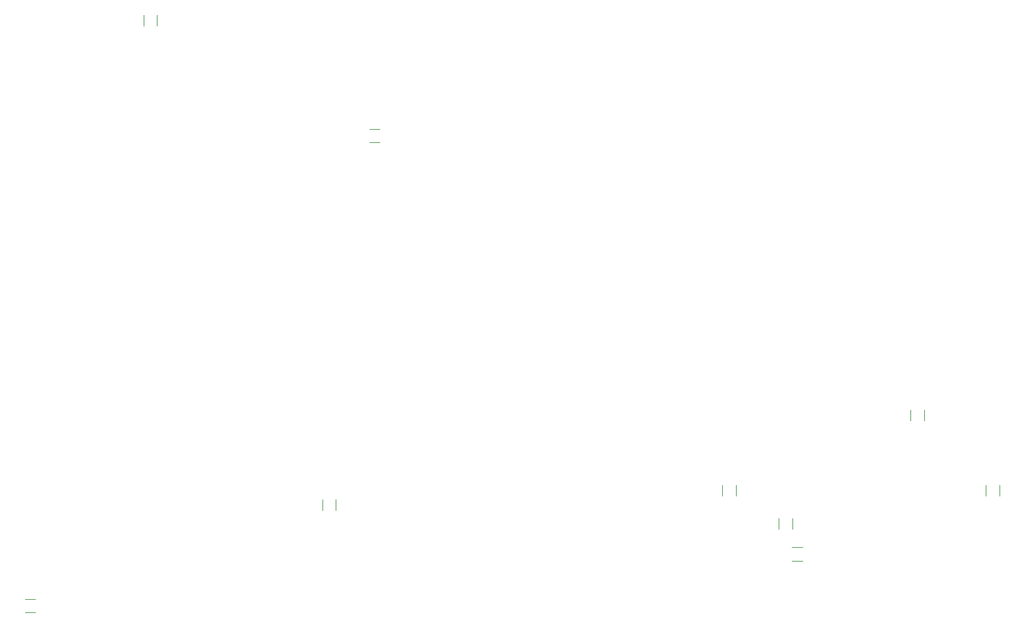
<source format=gbr>
%TF.GenerationSoftware,KiCad,Pcbnew,7.0.6-7.0.6~ubuntu22.04.1*%
%TF.CreationDate,2023-07-30T13:24:19+02:00*%
%TF.ProjectId,sbc,7362632e-6b69-4636-9164-5f7063625858,rev?*%
%TF.SameCoordinates,Original*%
%TF.FileFunction,Legend,Bot*%
%TF.FilePolarity,Positive*%
%FSLAX46Y46*%
G04 Gerber Fmt 4.6, Leading zero omitted, Abs format (unit mm)*
G04 Created by KiCad (PCBNEW 7.0.6-7.0.6~ubuntu22.04.1) date 2023-07-30 13:24:19*
%MOMM*%
%LPD*%
G01*
G04 APERTURE LIST*
%ADD10C,0.120000*%
G04 APERTURE END LIST*
D10*
%TO.C,C14*%
X273325000Y-173571248D02*
X273325000Y-174993752D01*
X271505000Y-173571248D02*
X271505000Y-174993752D01*
%TO.C,C37*%
X169820000Y-120231248D02*
X169820000Y-121653752D01*
X168000000Y-120231248D02*
X168000000Y-121653752D01*
%TO.C,C13*%
X247925000Y-183731248D02*
X247925000Y-185153752D01*
X246105000Y-183731248D02*
X246105000Y-185153752D01*
%TO.C,C5*%
X153403752Y-200935000D02*
X151981248Y-200935000D01*
X153403752Y-199115000D02*
X151981248Y-199115000D01*
%TO.C,C11*%
X283485000Y-183731248D02*
X283485000Y-185153752D01*
X281665000Y-183731248D02*
X281665000Y-185153752D01*
%TO.C,C15*%
X255486248Y-192130000D02*
X256908752Y-192130000D01*
X255486248Y-193950000D02*
X256908752Y-193950000D01*
%TO.C,C16*%
X253725000Y-189598752D02*
X253725000Y-188176248D01*
X255545000Y-189598752D02*
X255545000Y-188176248D01*
%TO.C,C6*%
X193950000Y-185636248D02*
X193950000Y-187058752D01*
X192130000Y-185636248D02*
X192130000Y-187058752D01*
%TO.C,C34*%
X198471248Y-135615000D02*
X199893752Y-135615000D01*
X198471248Y-137435000D02*
X199893752Y-137435000D01*
%TD*%
M02*

</source>
